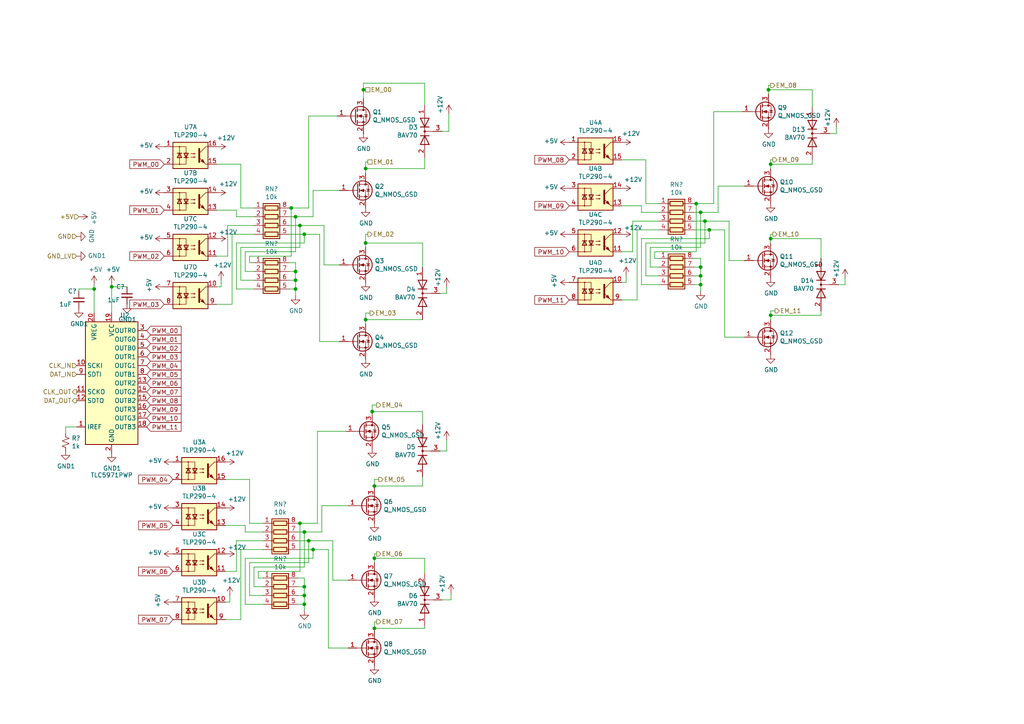
<source format=kicad_sch>
(kicad_sch (version 20230121) (generator eeschema)
  (paper "A4")
  (lib_symbols
    (symbol "Device:C_Small" (pin_numbers hide) (pin_names (offset 0.254) hide)
      (property "Reference" "C" (at 0.254 1.778 0))
      (property "Value" "C_Small" (at 0.254 -2.032 0))
      (symbol "C_Small_1_1"
        (pin passive line (at 0 2.54 270) (length 2.032) (name "~") (number "1"))
        (pin passive line (at 0 -2.54 90) (length 2.032) (name "~") (number "2"))
      )
    )
    (symbol "Device:Q_NMOS_GSD" (pin_names (offset 0) hide)
      (property "Reference" "Q" (at 5.08 1.27 0))
      (property "Value" "Q_NMOS_GSD" (at 5.08 -1.27 0))
      (symbol "Q_NMOS_GSD_1_1"
        (pin input line (at -5.08 0 0) (length 2.54) (name "G") (number "1"))
        (pin passive line (at 2.54 -5.08 90) (length 2.54) (name "S") (number "2"))
        (pin passive line (at 2.54 5.08 270) (length 2.54) (name "D") (number "3"))
      )
    )
    (symbol "Device:R_Pack04" (pin_names (offset 0) hide)
      (property "Reference" "RN" (at -7.62 0 90))
      (property "Value" "R_Pack04" (at 5.08 0 90))
      (symbol "R_Pack04_1_1"
        (pin passive line (at -5.08 -5.08 90) (length 2.54) (name "R1.1") (number "1"))
        (pin passive line (at -2.54 -5.08 90) (length 2.54) (name "R2.1") (number "2"))
        (pin passive line (at 0 -5.08 90) (length 2.54) (name "R3.1") (number "3"))
        (pin passive line (at 2.54 -5.08 90) (length 2.54) (name "R4.1") (number "4"))
        (pin passive line (at 2.54 5.08 270) (length 2.54) (name "R4.2") (number "5"))
        (pin passive line (at 0 5.08 270) (length 2.54) (name "R3.2") (number "6"))
        (pin passive line (at -2.54 5.08 270) (length 2.54) (name "R2.2") (number "7"))
        (pin passive line (at -5.08 5.08 270) (length 2.54) (name "R1.2") (number "8"))
      )
    )
    (symbol "Device:R_Small_US" (pin_numbers hide) (pin_names (offset 0.254) hide)
      (property "Reference" "R" (at 0.762 0.508 0))
      (property "Value" "R_Small_US" (at 0.762 -1.016 0))
      (symbol "R_Small_US_1_1"
        (pin passive line (at 0 2.54 270) (length 1.016) (name "~") (number "1"))
        (pin passive line (at 0 -2.54 90) (length 1.016) (name "~") (number "2"))
      )
    )
    (symbol "Diode:BAV70" (pin_names hide)
      (property "Reference" "D" (at 0.635 -2.54 0))
      (property "Value" "BAV70" (at 0 2.54 0))
      (symbol "BAV70_0_1"
        (pin passive line (at -7.62 0 0) (length 3.81) (name "A") (number "1"))
        (pin passive line (at 7.62 0 180) (length 3.81) (name "A") (number "2"))
        (pin passive line (at 0 -5.08 90) (length 2.54) (name "K") (number "3"))
      )
    )
    (symbol "Driver_LED:TLC5971PWP"
      (property "Reference" "U" (at 1.27 19.05 0))
      (property "Value" "TLC5971PWP" (at 1.27 -19.05 0))
      (symbol "TLC5971PWP_0_1"
        (pin input line (at -10.16 5.08 0) (length 2.54) (name "SCKI") (number "10"))
        (pin open_collector line (at 10.16 0 180) (length 2.54) (name "OUTR2") (number "13"))
        (pin open_collector line (at 10.16 -2.54 180) (length 2.54) (name "OUTG2") (number "14"))
        (pin open_collector line (at 10.16 -5.08 180) (length 2.54) (name "OUTB2") (number "15"))
        (pin open_collector line (at 10.16 -7.62 180) (length 2.54) (name "OUTR3") (number "16"))
        (pin open_collector line (at 10.16 -10.16 180) (length 2.54) (name "OUTG3") (number "17"))
        (pin open_collector line (at 10.16 -12.7 180) (length 2.54) (name "OUTB3") (number "18"))
        (pin power_in line (at 0 20.32 270) (length 2.54) (name "VCC") (number "19"))
        (pin power_in line (at 0 -20.32 90) (length 2.54) (name "GND") (number "2"))
        (pin passive line (at -5.08 20.32 270) (length 2.54) (name "VREG") (number "20"))
        (pin passive line (at 0 -20.32 90) (length 2.54) hide (name "GND") (number "21"))
        (pin open_collector line (at 10.16 15.24 180) (length 2.54) (name "OUTR0") (number "3"))
        (pin open_collector line (at 10.16 12.7 180) (length 2.54) (name "OUTG0") (number "4"))
        (pin open_collector line (at 10.16 10.16 180) (length 2.54) (name "OUTB0") (number "5"))
        (pin open_collector line (at 10.16 7.62 180) (length 2.54) (name "OUTR1") (number "6"))
        (pin open_collector line (at 10.16 5.08 180) (length 2.54) (name "OUTG1") (number "7"))
        (pin open_collector line (at 10.16 2.54 180) (length 2.54) (name "OUTB1") (number "8"))
        (pin input line (at -10.16 2.54 0) (length 2.54) (name "SDTI") (number "9"))
      )
      (symbol "TLC5971PWP_1_1"
        (pin passive line (at -10.16 -12.7 0) (length 2.54) (name "IREF") (number "1"))
        (pin output line (at -10.16 -2.54 0) (length 2.54) (name "SCKO") (number "11"))
        (pin output line (at -10.16 -5.08 0) (length 2.54) (name "SDTO") (number "12"))
      )
    )
    (symbol "Isolator:TLP290-4" (pin_names (offset 1.016))
      (property "Reference" "U" (at -5.08 5.08 0))
      (property "Value" "TLP290-4" (at 0 5.08 0))
      (symbol "TLP290-4_1_1"
        (pin passive line (at -7.62 2.54 0) (length 2.54) (name "~") (number "1"))
        (pin passive line (at 7.62 -2.54 180) (length 2.54) (name "~") (number "15"))
        (pin passive line (at 7.62 2.54 180) (length 2.54) (name "~") (number "16"))
        (pin passive line (at -7.62 -2.54 0) (length 2.54) (name "~") (number "2"))
      )
      (symbol "TLP290-4_2_1"
        (pin passive line (at 7.62 -2.54 180) (length 2.54) (name "~") (number "13"))
        (pin passive line (at 7.62 2.54 180) (length 2.54) (name "~") (number "14"))
        (pin passive line (at -7.62 2.54 0) (length 2.54) (name "~") (number "3"))
        (pin passive line (at -7.62 -2.54 0) (length 2.54) (name "~") (number "4"))
      )
      (symbol "TLP290-4_3_1"
        (pin passive line (at 7.62 -2.54 180) (length 2.54) (name "~") (number "11"))
        (pin passive line (at 7.62 2.54 180) (length 2.54) (name "~") (number "12"))
        (pin passive line (at -7.62 2.54 0) (length 2.54) (name "~") (number "5"))
        (pin passive line (at -7.62 -2.54 0) (length 2.54) (name "~") (number "6"))
      )
      (symbol "TLP290-4_4_1"
        (pin passive line (at 7.62 2.54 180) (length 2.54) (name "~") (number "10"))
        (pin passive line (at -7.62 2.54 0) (length 2.54) (name "~") (number "7"))
        (pin passive line (at -7.62 -2.54 0) (length 2.54) (name "~") (number "8"))
        (pin passive line (at 7.62 -2.54 180) (length 2.54) (name "~") (number "9"))
      )
    )
    (symbol "power:+12V" (power) (pin_names (offset 0))
      (property "Value" "+12V" (at 0 3.556 0))
      (symbol "+12V_1_1"
        (pin power_in line (at 0 0 90) (length 0) hide (name "+12V") (number "1"))
      )
    )
    (symbol "power:+5V" (power) (pin_names (offset 0))
      (property "Value" "+5V" (at 0 3.556 0))
      (symbol "+5V_1_1"
        (pin power_in line (at 0 0 90) (length 0) hide (name "+5V") (number "1"))
      )
    )
    (symbol "power:GND" (power) (pin_names (offset 0))
      (property "Value" "GND" (at 0 -3.81 0))
      (symbol "GND_1_1"
        (pin power_in line (at 0 0 270) (length 0) hide (name "GND") (number "1"))
      )
    )
    (symbol "power:GND1" (power) (pin_names (offset 0))
      (property "Value" "GND1" (at 0 -3.81 0))
      (symbol "GND1_1_1"
        (pin power_in line (at 0 0 270) (length 0) hide (name "GND1") (number "1"))
      )
    )
  )
  (junction (at 106.045 92.71))
  (junction (at 222.885 26.035))
  (junction (at 88.265 172.72))
  (junction (at 223.52 47.625))
  (junction (at 203.2 77.47))
  (junction (at 90.805 159.385))
  (junction (at 86.995 151.765))
  (junction (at 86.995 65.405))
  (junction (at 108.585 182.245))
  (junction (at 201.93 59.055))
  (junction (at 32.385 83.185))
  (junction (at 106.045 70.485))
  (junction (at 88.265 175.26))
  (junction (at 85.725 83.82))
  (junction (at 27.305 83.82))
  (junction (at 205.74 66.675))
  (junction (at 108.585 161.925))
  (junction (at 84.455 60.325))
  (junction (at 85.725 78.74))
  (junction (at 88.265 67.945))
  (junction (at 108.585 140.97))
  (junction (at 107.95 119.38))
  (junction (at 223.52 91.44))
  (junction (at 85.725 81.28))
  (junction (at 203.2 80.01))
  (junction (at 223.52 69.215))
  (junction (at 85.725 62.865))
  (junction (at 203.2 61.595))
  (junction (at 203.2 82.55))
  (junction (at 88.265 154.305))
  (junction (at 88.265 170.18))
  (junction (at 204.47 64.135))
  (junction (at 89.535 156.845))
  (junction (at 106.045 48.895))
  (junction (at 105.41 26.035))
  (wire (pts (xy 215.9 53.975) (xy 208.28 53.975)))
  (wire (pts (xy 88.265 164.465) (xy 73.66 164.465)))
  (wire (pts (xy 96.52 156.845) (xy 96.52 168.275)))
  (wire (pts (xy 205.74 66.675) (xy 201.295 66.675)))
  (wire (pts (xy 89.535 156.845) (xy 89.535 163.195)))
  (wire (pts (xy 68.58 165.735) (xy 68.58 156.845)))
  (wire (pts (xy 187.325 70.485) (xy 187.325 80.01)))
  (wire (pts (xy 83.82 76.2) (xy 85.725 76.2)))
  (wire (pts (xy 222.885 24.765) (xy 222.885 26.035)))
  (wire (pts (xy 223.52 24.765) (xy 222.885 24.765)))
  (wire (pts (xy 88.265 67.945) (xy 88.265 70.485)))
  (wire (pts (xy 223.52 69.215) (xy 238.125 69.215)))
  (wire (pts (xy 204.47 70.485) (xy 187.325 70.485)))
  (wire (pts (xy 89.535 33.655) (xy 89.535 60.325)))
  (wire (pts (xy 72.39 151.765) (xy 72.39 139.065)))
  (wire (pts (xy 215.265 32.385) (xy 207.01 32.385)))
  (wire (pts (xy 68.58 60.96) (xy 62.865 60.96)))
  (wire (pts (xy 181.61 81.915) (xy 181.61 80.01)))
  (wire (pts (xy 204.47 64.135) (xy 204.47 70.485)))
  (wire (pts (xy 203.2 82.55) (xy 203.2 84.455)))
  (wire (pts (xy 27.305 83.82) (xy 22.86 83.82)))
  (wire (pts (xy 203.2 71.755) (xy 188.595 71.755)))
  (wire (pts (xy 32.385 90.805) (xy 32.385 83.185)))
  (wire (pts (xy 210.185 66.675) (xy 205.74 66.675)))
  (wire (pts (xy 184.785 86.995) (xy 180.34 86.995)))
  (wire (pts (xy 201.93 59.055) (xy 201.295 59.055)))
  (wire (pts (xy 64.135 83.185) (xy 64.135 81.28)))
  (wire (pts (xy 129.54 130.81) (xy 129.54 127.635)))
  (wire (pts (xy 65.405 174.625) (xy 66.675 174.625)))
  (wire (pts (xy 187.325 46.355) (xy 180.34 46.355)))
  (wire (pts (xy 92.71 67.945) (xy 88.265 67.945)))
  (wire (pts (xy 66.04 74.295) (xy 66.04 65.405)))
  (wire (pts (xy 183.515 64.135) (xy 191.135 64.135)))
  (wire (pts (xy 211.455 64.135) (xy 211.455 75.565)))
  (wire (pts (xy 108.585 161.925) (xy 123.19 161.925)))
  (wire (pts (xy 183.515 73.025) (xy 183.515 64.135)))
  (wire (pts (xy 186.055 82.55) (xy 191.135 82.55)))
  (wire (pts (xy 203.2 77.47) (xy 203.2 80.01)))
  (wire (pts (xy 223.52 91.44) (xy 238.125 91.44)))
  (wire (pts (xy 186.055 69.215) (xy 186.055 82.55)))
  (wire (pts (xy 224.79 90.17) (xy 223.52 90.17)))
  (wire (pts (xy 71.12 152.4) (xy 65.405 152.4)))
  (wire (pts (xy 235.585 46.355) (xy 235.585 47.625)))
  (wire (pts (xy 130.81 173.99) (xy 130.81 172.085)))
  (wire (pts (xy 238.125 69.215) (xy 238.125 74.93)))
  (wire (pts (xy 106.045 90.805) (xy 106.045 92.71)))
  (wire (pts (xy 108.585 182.245) (xy 123.19 182.245)))
  (wire (pts (xy 235.585 26.035) (xy 235.585 31.115)))
  (wire (pts (xy 242.57 38.735) (xy 242.57 36.83)))
  (wire (pts (xy 67.31 67.945) (xy 67.31 88.265)))
  (wire (pts (xy 69.85 47.625) (xy 62.865 47.625)))
  (wire (pts (xy 93.345 154.305) (xy 88.265 154.305)))
  (wire (pts (xy 203.2 61.595) (xy 203.2 71.755)))
  (wire (pts (xy 107.95 117.475) (xy 107.95 119.38)))
  (wire (pts (xy 22.225 123.825) (xy 19.05 123.825)))
  (wire (pts (xy 215.9 97.79) (xy 210.185 97.79)))
  (wire (pts (xy 107.95 119.38) (xy 122.555 119.38)))
  (wire (pts (xy 86.36 170.18) (xy 88.265 170.18)))
  (wire (pts (xy 201.295 80.01) (xy 203.2 80.01)))
  (wire (pts (xy 84.455 60.325) (xy 83.82 60.325)))
  (wire (pts (xy 88.265 67.945) (xy 83.82 67.945)))
  (wire (pts (xy 128.27 38.1) (xy 130.175 38.1)))
  (wire (pts (xy 122.555 140.97) (xy 122.555 138.43)))
  (wire (pts (xy 240.665 38.735) (xy 242.57 38.735)))
  (wire (pts (xy 88.265 172.72) (xy 88.265 175.26)))
  (wire (pts (xy 189.865 74.93) (xy 189.865 73.025)))
  (wire (pts (xy 83.82 65.405) (xy 86.995 65.405)))
  (wire (pts (xy 86.995 65.405) (xy 86.995 71.755)))
  (wire (pts (xy 100.965 146.685) (xy 93.345 146.685)))
  (wire (pts (xy 106.045 46.99) (xy 106.045 48.895)))
  (wire (pts (xy 223.52 67.945) (xy 223.52 69.215)))
  (wire (pts (xy 223.52 46.355) (xy 223.52 47.625)))
  (wire (pts (xy 108.585 182.245) (xy 108.585 182.88)))
  (wire (pts (xy 107.95 119.38) (xy 107.95 120.015)))
  (wire (pts (xy 203.2 61.595) (xy 201.295 61.595)))
  (wire (pts (xy 74.93 167.64) (xy 74.93 165.735)))
  (wire (pts (xy 68.58 70.485) (xy 68.58 83.82)))
  (wire (pts (xy 73.66 164.465) (xy 73.66 170.18)))
  (wire (pts (xy 224.155 67.945) (xy 223.52 67.945)))
  (wire (pts (xy 108.585 139.065) (xy 109.855 139.065)))
  (wire (pts (xy 223.52 91.44) (xy 223.52 92.71)))
  (wire (pts (xy 83.82 81.28) (xy 85.725 81.28)))
  (wire (pts (xy 106.68 46.99) (xy 106.045 46.99)))
  (wire (pts (xy 108.585 180.34) (xy 108.585 182.245)))
  (wire (pts (xy 19.05 123.825) (xy 19.05 125.73)))
  (wire (pts (xy 180.34 81.915) (xy 181.61 81.915)))
  (wire (pts (xy 73.66 62.865) (xy 68.58 62.865)))
  (wire (pts (xy 85.725 62.865) (xy 83.82 62.865)))
  (wire (pts (xy 106.045 92.71) (xy 122.555 92.71)))
  (wire (pts (xy 85.725 83.82) (xy 85.725 85.725)))
  (wire (pts (xy 62.865 74.295) (xy 66.04 74.295)))
  (wire (pts (xy 89.535 156.845) (xy 96.52 156.845)))
  (wire (pts (xy 86.995 71.755) (xy 69.85 71.755)))
  (wire (pts (xy 32.385 83.185) (xy 32.385 82.55)))
  (wire (pts (xy 207.01 32.385) (xy 207.01 59.055)))
  (wire (pts (xy 69.85 81.28) (xy 73.66 81.28)))
  (wire (pts (xy 130.175 38.1) (xy 130.175 33.02)))
  (wire (pts (xy 73.66 60.325) (xy 69.85 60.325)))
  (wire (pts (xy 71.12 154.305) (xy 71.12 152.4)))
  (wire (pts (xy 93.345 146.685) (xy 93.345 154.305)))
  (wire (pts (xy 86.36 156.845) (xy 89.535 156.845)))
  (wire (pts (xy 191.135 61.595) (xy 186.055 61.595)))
  (wire (pts (xy 127.635 85.09) (xy 129.54 85.09)))
  (wire (pts (xy 186.055 61.595) (xy 186.055 59.69)))
  (wire (pts (xy 109.22 180.34) (xy 108.585 180.34)))
  (wire (pts (xy 187.325 59.055) (xy 187.325 46.355)))
  (wire (pts (xy 224.155 46.355) (xy 223.52 46.355)))
  (wire (pts (xy 108.585 140.97) (xy 108.585 141.605)))
  (wire (pts (xy 106.045 70.485) (xy 122.555 70.485)))
  (wire (pts (xy 85.725 78.74) (xy 85.725 81.28)))
  (wire (pts (xy 106.045 48.895) (xy 123.19 48.895)))
  (wire (pts (xy 86.36 175.26) (xy 88.265 175.26)))
  (wire (pts (xy 68.58 62.865) (xy 68.58 60.96)))
  (wire (pts (xy 223.52 47.625) (xy 223.52 48.895)))
  (wire (pts (xy 72.39 74.295) (xy 84.455 74.295)))
  (wire (pts (xy 76.2 154.305) (xy 71.12 154.305)))
  (wire (pts (xy 73.66 67.945) (xy 67.31 67.945)))
  (wire (pts (xy 84.455 74.295) (xy 84.455 60.325)))
  (wire (pts (xy 184.785 66.675) (xy 184.785 86.995)))
  (wire (pts (xy 74.93 165.735) (xy 86.995 165.735)))
  (wire (pts (xy 204.47 64.135) (xy 211.455 64.135)))
  (wire (pts (xy 85.725 73.025) (xy 71.12 73.025)))
  (wire (pts (xy 83.82 83.82) (xy 85.725 83.82)))
  (wire (pts (xy 208.28 61.595) (xy 203.2 61.595)))
  (wire (pts (xy 71.12 175.26) (xy 76.2 175.26)))
  (wire (pts (xy 73.66 76.2) (xy 72.39 76.2)))
  (wire (pts (xy 201.295 64.135) (xy 204.47 64.135)))
  (wire (pts (xy 109.22 160.655) (xy 108.585 160.655)))
  (wire (pts (xy 191.135 74.93) (xy 189.865 74.93)))
  (wire (pts (xy 88.265 70.485) (xy 68.58 70.485)))
  (wire (pts (xy 123.19 48.895) (xy 123.19 45.72)))
  (wire (pts (xy 201.295 82.55) (xy 203.2 82.55)))
  (wire (pts (xy 123.19 161.925) (xy 123.19 166.37)))
  (wire (pts (xy 187.325 80.01) (xy 191.135 80.01)))
  (wire (pts (xy 127.635 130.81) (xy 129.54 130.81)))
  (wire (pts (xy 86.995 65.405) (xy 93.98 65.405)))
  (wire (pts (xy 100.33 125.095) (xy 92.075 125.095)))
  (wire (pts (xy 85.725 76.2) (xy 85.725 78.74)))
  (wire (pts (xy 92.075 151.765) (xy 86.995 151.765)))
  (wire (pts (xy 223.52 69.215) (xy 223.52 70.485)))
  (wire (pts (xy 69.85 159.385) (xy 69.85 179.705)))
  (wire (pts (xy 85.725 81.28) (xy 85.725 83.82)))
  (wire (pts (xy 180.34 73.025) (xy 183.515 73.025)))
  (wire (pts (xy 72.39 163.195) (xy 72.39 172.72)))
  (wire (pts (xy 27.305 83.82) (xy 27.305 90.805)))
  (wire (pts (xy 188.595 77.47) (xy 191.135 77.47)))
  (wire (pts (xy 68.58 83.82) (xy 73.66 83.82)))
  (wire (pts (xy 191.135 66.675) (xy 184.785 66.675)))
  (wire (pts (xy 69.85 71.755) (xy 69.85 81.28)))
  (wire (pts (xy 36.83 83.185) (xy 32.385 83.185)))
  (wire (pts (xy 222.885 26.035) (xy 222.885 27.305)))
  (wire (pts (xy 205.74 66.675) (xy 205.74 69.215)))
  (wire (pts (xy 92.71 99.06) (xy 92.71 67.945)))
  (wire (pts (xy 76.2 151.765) (xy 72.39 151.765)))
  (wire (pts (xy 95.25 187.96) (xy 100.965 187.96)))
  (wire (pts (xy 122.555 119.38) (xy 122.555 123.19)))
  (wire (pts (xy 98.425 55.245) (xy 90.805 55.245)))
  (wire (pts (xy 123.19 182.245) (xy 123.19 181.61)))
  (wire (pts (xy 76.2 167.64) (xy 74.93 167.64)))
  (wire (pts (xy 27.305 82.55) (xy 27.305 83.82)))
  (wire (pts (xy 90.805 159.385) (xy 86.36 159.385)))
  (wire (pts (xy 93.98 76.835) (xy 98.425 76.835)))
  (wire (pts (xy 62.865 83.185) (xy 64.135 83.185)))
  (wire (pts (xy 71.12 78.74) (xy 73.66 78.74)))
  (wire (pts (xy 73.66 170.18) (xy 76.2 170.18)))
  (wire (pts (xy 105.41 28.575) (xy 105.41 26.035)))
  (wire (pts (xy 86.36 167.64) (xy 88.265 167.64)))
  (wire (pts (xy 86.995 165.735) (xy 86.995 151.765)))
  (wire (pts (xy 66.675 174.625) (xy 66.675 172.72)))
  (wire (pts (xy 105.41 24.13) (xy 123.19 24.13)))
  (wire (pts (xy 129.54 85.09) (xy 129.54 83.185)))
  (wire (pts (xy 223.52 90.17) (xy 223.52 91.44)))
  (wire (pts (xy 189.865 73.025) (xy 201.93 73.025)))
  (wire (pts (xy 203.2 74.93) (xy 203.2 77.47)))
  (wire (pts (xy 76.2 159.385) (xy 69.85 159.385)))
  (wire (pts (xy 72.39 139.065) (xy 65.405 139.065)))
  (wire (pts (xy 83.82 78.74) (xy 85.725 78.74)))
  (wire (pts (xy 89.535 163.195) (xy 72.39 163.195)))
  (wire (pts (xy 66.04 65.405) (xy 73.66 65.405)))
  (wire (pts (xy 106.045 48.895) (xy 106.045 50.165)))
  (wire (pts (xy 109.22 117.475) (xy 107.95 117.475)))
  (wire (pts (xy 243.205 82.55) (xy 245.11 82.55)))
  (wire (pts (xy 207.01 59.055) (xy 201.93 59.055)))
  (wire (pts (xy 205.74 69.215) (xy 186.055 69.215)))
  (wire (pts (xy 72.39 172.72) (xy 76.2 172.72)))
  (wire (pts (xy 210.185 97.79) (xy 210.185 66.675)))
  (wire (pts (xy 201.295 77.47) (xy 203.2 77.47)))
  (wire (pts (xy 211.455 75.565) (xy 215.9 75.565)))
  (wire (pts (xy 65.405 165.735) (xy 68.58 165.735)))
  (wire (pts (xy 105.41 26.035) (xy 106.045 26.035)))
  (wire (pts (xy 90.805 55.245) (xy 90.805 62.865)))
  (wire (pts (xy 106.045 70.485) (xy 106.045 71.755)))
  (wire (pts (xy 201.295 74.93) (xy 203.2 74.93)))
  (wire (pts (xy 128.27 173.99) (xy 130.81 173.99)))
  (wire (pts (xy 90.805 159.385) (xy 90.805 161.925)))
  (wire (pts (xy 203.2 80.01) (xy 203.2 82.55)))
  (wire (pts (xy 90.805 161.925) (xy 71.12 161.925)))
  (wire (pts (xy 108.585 161.925) (xy 108.585 163.195)))
  (wire (pts (xy 108.585 140.97) (xy 122.555 140.97)))
  (wire (pts (xy 89.535 60.325) (xy 84.455 60.325)))
  (wire (pts (xy 22.86 83.82) (xy 22.86 84.455)))
  (wire (pts (xy 72.39 76.2) (xy 72.39 74.295)))
  (wire (pts (xy 123.19 24.13) (xy 123.19 30.48)))
  (wire (pts (xy 92.075 125.095) (xy 92.075 151.765)))
  (wire (pts (xy 105.41 26.035) (xy 105.41 24.13)))
  (wire (pts (xy 235.585 47.625) (xy 223.52 47.625)))
  (wire (pts (xy 201.93 73.025) (xy 201.93 59.055)))
  (wire (pts (xy 191.135 59.055) (xy 187.325 59.055)))
  (wire (pts (xy 88.265 175.26) (xy 88.265 177.165)))
  (wire (pts (xy 98.425 99.06) (xy 92.71 99.06)))
  (wire (pts (xy 122.555 70.485) (xy 122.555 77.47)))
  (wire (pts (xy 95.25 159.385) (xy 90.805 159.385)))
  (wire (pts (xy 86.36 172.72) (xy 88.265 172.72)))
  (wire (pts (xy 96.52 168.275) (xy 100.965 168.275)))
  (wire (pts (xy 69.85 179.705) (xy 65.405 179.705)))
  (wire (pts (xy 106.045 67.945) (xy 106.045 70.485)))
  (wire (pts (xy 97.79 33.655) (xy 89.535 33.655)))
  (wire (pts (xy 208.28 53.975) (xy 208.28 61.595)))
  (wire (pts (xy 107.315 90.805) (xy 106.045 90.805)))
  (wire (pts (xy 88.265 167.64) (xy 88.265 170.18)))
  (wire (pts (xy 90.805 62.865) (xy 85.725 62.865)))
  (wire (pts (xy 88.265 170.18) (xy 88.265 172.72)))
  (wire (pts (xy 106.68 67.945) (xy 106.045 67.945)))
  (wire (pts (xy 93.98 65.405) (xy 93.98 76.835)))
  (wire (pts (xy 188.595 71.755) (xy 188.595 77.47)))
  (wire (pts (xy 106.045 92.71) (xy 106.045 93.98)))
  (wire (pts (xy 108.585 139.065) (xy 108.585 140.97)))
  (wire (pts (xy 95.25 159.385) (xy 95.25 187.96)))
  (wire (pts (xy 88.265 154.305) (xy 88.265 164.465)))
  (wire (pts (xy 245.11 82.55) (xy 245.11 80.645)))
  (wire (pts (xy 222.885 26.035) (xy 235.585 26.035)))
  (wire (pts (xy 67.31 88.265) (xy 62.865 88.265)))
  (wire (pts (xy 238.125 91.44) (xy 238.125 90.17)))
  (wire (pts (xy 86.995 151.765) (xy 86.36 151.765)))
  (wire (pts (xy 69.85 60.325) (xy 69.85 47.625)))
  (wire (pts (xy 108.585 160.655) (xy 108.585 161.925)))
  (wire (pts (xy 186.055 59.69) (xy 180.34 59.69)))
  (wire (pts (xy 88.265 154.305) (xy 86.36 154.305)))
  (wire (pts (xy 71.12 73.025) (xy 71.12 78.74)))
  (wire (pts (xy 85.725 62.865) (xy 85.725 73.025)))
  (wire (pts (xy 71.12 161.925) (xy 71.12 175.26)))
  (wire (pts (xy 68.58 156.845) (xy 76.2 156.845)))
  (global_label "PWM_00" (shape input) (at 42.545 95.885 0) (property "Intersheetrefs" "${INTERSHEET_REFS}" (effects hide)))
  (global_label "PWM_03" (shape input) (at 47.625 88.265 180) (property "Intersheetrefs" "${INTERSHEET_REFS}" (effects hide)))
  (global_label "PWM_11" (shape input) (at 165.1 86.995 180) (property "Intersheetrefs" "${INTERSHEET_REFS}" (effects hide)))
  (global_label "PWM_05" (shape input) (at 42.545 108.585 0) (property "Intersheetrefs" "${INTERSHEET_REFS}" (effects hide)))
  (global_label "PWM_00" (shape input) (at 47.625 47.625 180) (property "Intersheetrefs" "${INTERSHEET_REFS}" (effects hide)))
  (global_label "PWM_05" (shape input) (at 50.165 152.4 180) (property "Intersheetrefs" "${INTERSHEET_REFS}" (effects hide)))
  (global_label "PWM_08" (shape input) (at 42.545 116.205 0) (property "Intersheetrefs" "${INTERSHEET_REFS}" (effects hide)))
  (global_label "PWM_02" (shape input) (at 47.625 74.295 180) (property "Intersheetrefs" "${INTERSHEET_REFS}" (effects hide)))
  (global_label "PWM_04" (shape input) (at 42.545 106.045 0) (property "Intersheetrefs" "${INTERSHEET_REFS}" (effects hide)))
  (global_label "PWM_07" (shape input) (at 50.165 179.705 180) (property "Intersheetrefs" "${INTERSHEET_REFS}" (effects hide)))
  (global_label "PWM_01" (shape input) (at 47.625 60.96 180) (property "Intersheetrefs" "${INTERSHEET_REFS}" (effects hide)))
  (global_label "PWM_03" (shape input) (at 42.545 103.505 0) (property "Intersheetrefs" "${INTERSHEET_REFS}" (effects hide)))
  (global_label "PWM_07" (shape input) (at 42.545 113.665 0) (property "Intersheetrefs" "${INTERSHEET_REFS}" (effects hide)))
  (global_label "PWM_10" (shape input) (at 165.1 73.025 180) (property "Intersheetrefs" "${INTERSHEET_REFS}" (effects hide)))
  (global_label "PWM_06" (shape input) (at 50.165 165.735 180) (property "Intersheetrefs" "${INTERSHEET_REFS}" (effects hide)))
  (global_label "PWM_06" (shape input) (at 42.545 111.125 0) (property "Intersheetrefs" "${INTERSHEET_REFS}" (effects hide)))
  (global_label "PWM_10" (shape input) (at 42.545 121.285 0) (property "Intersheetrefs" "${INTERSHEET_REFS}" (effects hide)))
  (global_label "PWM_11" (shape input) (at 42.545 123.825 0) (property "Intersheetrefs" "${INTERSHEET_REFS}" (effects hide)))
  (global_label "PWM_01" (shape input) (at 42.545 98.425 0) (property "Intersheetrefs" "${INTERSHEET_REFS}" (effects hide)))
  (global_label "PWM_02" (shape input) (at 42.545 100.965 0) (property "Intersheetrefs" "${INTERSHEET_REFS}" (effects hide)))
  (global_label "PWM_04" (shape input) (at 50.165 139.065 180) (property "Intersheetrefs" "${INTERSHEET_REFS}" (effects hide)))
  (global_label "PWM_08" (shape input) (at 165.1 46.355 180) (property "Intersheetrefs" "${INTERSHEET_REFS}" (effects hide)))
  (global_label "PWM_09" (shape input) (at 42.545 118.745 0) (property "Intersheetrefs" "${INTERSHEET_REFS}" (effects hide)))
  (global_label "PWM_09" (shape input) (at 165.1 59.69 180) (property "Intersheetrefs" "${INTERSHEET_REFS}" (effects hide)))
  (hierarchical_label "EM_05" (shape output) (at 109.855 139.065 0))
  (hierarchical_label "EM_09" (shape output) (at 224.155 46.355 0))
  (hierarchical_label "EM_00" (shape passive) (at 106.045 26.035 0))
  (hierarchical_label "EM_01" (shape passive) (at 106.68 46.99 0))
  (hierarchical_label "EM_02" (shape output) (at 106.68 67.945 0))
  (hierarchical_label "EM_10" (shape output) (at 224.155 67.945 0))
  (hierarchical_label "GND_LV" (shape input) (at 22.225 74.295 180))
  (hierarchical_label "EM_07" (shape output) (at 109.22 180.34 0))
  (hierarchical_label "+5V" (shape input) (at 22.86 62.865 180))
  (hierarchical_label "EM_08" (shape output) (at 223.52 24.765 0))
  (hierarchical_label "CLK_IN" (shape input) (at 22.225 106.045 180))
  (hierarchical_label "DAT_IN" (shape input) (at 22.225 108.585 180))
  (hierarchical_label "GND" (shape input) (at 22.225 68.58 180))
  (hierarchical_label "DAT_OUT" (shape output) (at 22.225 116.205 180))
  (hierarchical_label "CLK_OUT" (shape output) (at 22.225 113.665 180))
  (hierarchical_label "EM_03" (shape output) (at 107.315 90.805 0))
  (hierarchical_label "EM_06" (shape output) (at 109.22 160.655 0))
  (hierarchical_label "EM_04" (shape output) (at 109.22 117.475 0))
  (hierarchical_label "EM_11" (shape output) (at 224.79 90.17 0))
  (symbol (lib_id "Isolator:TLP290-4") (at 55.245 85.725 0) (unit 4)
    (property "Reference" "U7" (at 55.245 77.47 0))
    (property "Value" "TLP290-4" (at 55.245 79.7814 0))
    (property "Footprint" "Housings_SSOP:SOP-16_4.4x10.4mm_Pitch1.27mm" (effects hide))
    (property "Datasheet" "https://toshiba.semicon-storage.com/info/docget.jsp?did=12855&prodName=TLP290-4" (effects hide))
    (property "LCSC" "C115451" (effects hide))
    (instances (project "ElectromagnetController_V5" (path "" (reference "U7") (unit 4)) (path "" (reference "U?") (unit 1)) (path "" (reference "U?") (unit 4))))
  )
  (symbol (lib_id "power:+12V") (at 64.135 81.28 0) (unit 1)
    (property "Reference" "#PWR046" (effects hide))
    (property "Value" "+12V" (at 64.516 76.8858 0))
    (instances (project "ElectromagnetController_V5" (path "" (reference "#PWR046") (unit 1)) (path "" (reference "#PWR?") (unit 1)) (path "" (reference "#PWR?") (unit 1))))
  )
  (symbol (lib_id "power:+5V") (at 47.625 42.545 90) (unit 1)
    (property "Reference" "#PWR040" (effects hide))
    (property "Value" "+5V" (at 44.3738 42.164 90) (effects (justify left)))
    (instances (project "ElectromagnetController_V5" (path "" (reference "#PWR040") (unit 1)) (path "" (reference "#PWR?") (unit 1)) (path "" (reference "#PWR?") (unit 1))))
  )
  (symbol (lib_id "power:+12V") (at 62.865 42.545 270) (unit 1)
    (property "Reference" "#PWR043" (effects hide))
    (property "Value" "+12V" (at 62.865 40.005 90) (effects (justify left)))
    (instances (project "ElectromagnetController_V5" (path "" (reference "#PWR043") (unit 1)) (path "" (reference "#PWR?") (unit 1)) (path "" (reference "#PWR?") (unit 1))))
  )
  (symbol (lib_id "power:+12V") (at 62.865 55.88 270) (unit 1)
    (property "Reference" "#PWR044" (effects hide))
    (property "Value" "+12V" (at 63.5 53.34 90) (effects (justify left)))
    (instances (project "ElectromagnetController_V5" (path "" (reference "#PWR044") (unit 1)) (path "" (reference "#PWR?") (unit 1)) (path "" (reference "#PWR?") (unit 1))))
  )
  (symbol (lib_id "power:+12V") (at 62.865 69.215 270) (unit 1)
    (property "Reference" "#PWR045" (effects hide))
    (property "Value" "+12V" (at 63.5 67.31 90) (effects (justify left)))
    (instances (project "ElectromagnetController_V5" (path "" (reference "#PWR045") (unit 1)) (path "" (reference "#PWR?") (unit 1)) (path "" (reference "#PWR?") (unit 1))))
  )
  (symbol (lib_id "power:+5V") (at 32.385 82.55 0) (unit 1)
    (property "Reference" "#PWR06" (effects hide))
    (property "Value" "+5V" (at 32.766 78.1558 0))
    (instances (project "ElectromagnetController_V5" (path "" (reference "#PWR06") (unit 1)) (path "" (reference "#PWR?") (unit 1)) (path "" (reference "#PWR?") (unit 1))))
  )
  (symbol (lib_id "Device:R_Pack04") (at 78.74 65.405 270) (unit 1)
    (property "Reference" "RN?" (at 78.74 54.8132 90))
    (property "Value" "10k" (at 78.74 57.1246 90))
    (property "Footprint" "Resistors_SMD:R_Array_Convex_4x0603" (effects hide))
    (property "LCSC" "C107374" (effects hide))
    (instances (project "ElectromagnetController_V5" (path "" (reference "RN?") (unit 1)) (path "" (reference "RN1") (unit 1))))
  )
  (symbol (lib_id "Device:R_Pack04") (at 78.74 81.28 270) (unit 1)
    (property "Reference" "RN?" (at 78.74 70.6882 90))
    (property "Value" "10k" (at 78.74 72.9996 90))
    (property "Footprint" "Resistors_SMD:R_Array_Convex_4x0603" (effects hide))
    (property "LCSC" "C107374" (effects hide))
    (instances (project "ElectromagnetController_V5" (path "" (reference "RN?") (unit 1)) (path "" (reference "RN2") (unit 1))))
  )
  (symbol (lib_id "power:GND1") (at 22.86 89.535 0) (unit 1)
    (property "Reference" "#PWR011" (effects hide))
    (property "Value" "GND1" (at 22.987 93.9292 0))
  )
  (symbol (lib_id "power:+5V") (at 27.305 82.55 0) (unit 1)
    (property "Reference" "#PWR047" (effects hide))
    (property "Value" "+5V" (at 27.686 78.1558 0))
    (instances (project "ElectromagnetController_V5" (path "" (reference "#PWR047") (unit 1)) (path "" (reference "#PWR?") (unit 1)) (path "" (reference "#PWR?") (unit 1))))
  )
  (symbol (lib_id "power:GND") (at 85.725 85.725 0) (unit 1)
    (property "Reference" "#PWR08" (effects hide))
    (property "Value" "GND" (at 85.852 90.1192 0))
    (instances (project "ElectromagnetController_V5" (path "" (reference "#PWR08") (unit 1)) (path "" (reference "#PWR?") (unit 1)) (path "" (reference "#PWR?") (unit 1))))
  )
  (symbol (lib_id "Device:C_Small") (at 36.83 85.725 0) (unit 1)
    (property "Reference" "C?" (at 33.655 83.185 0) (effects (justify left)))
    (property "Value" "1uF" (at 31.115 86.995 0) (effects (justify left)))
    (property "Footprint" "Capacitors_SMD:C_0603_HandSoldering" (effects hide))
    (property "LCSC" "C1592" (effects hide))
    (instances (project "ElectromagnetController_V5" (path "" (reference "C?") (unit 1)) (path "" (reference "C9") (unit 1))))
  )
  (symbol (lib_id "power:GND1") (at 36.83 88.265 0) (unit 1)
    (property "Reference" "#PWR048" (effects hide))
    (property "Value" "GND1" (at 36.957 92.6592 0))
  )
  (symbol (lib_id "Device:Q_NMOS_GSD") (at 102.87 33.655 0) (unit 1)
    (property "Reference" "Q1" (at 108.0516 32.4866 0) (effects (justify left)))
    (property "Value" "Q_NMOS_GSD" (at 108.0516 34.798 0) (effects (justify left)))
    (property "Footprint" "EzerLonginus:SOT-23" (effects hide))
    (property "LCSC" "C20917" (effects hide))
  )
  (symbol (lib_id "power:GND") (at 105.41 38.735 0) (unit 1)
    (property "Reference" "#PWR09" (effects hide))
    (property "Value" "GND" (at 105.537 43.1292 0))
    (instances (project "ElectromagnetController_V5" (path "" (reference "#PWR09") (unit 1)) (path "" (reference "#PWR?") (unit 1)) (path "" (reference "#PWR?") (unit 1))))
  )
  (symbol (lib_id "power:GND") (at 106.045 81.915 0) (unit 1)
    (property "Reference" "#PWR010" (effects hide))
    (property "Value" "GND" (at 106.172 86.3092 0))
    (instances (project "ElectromagnetController_V5" (path "" (reference "#PWR010") (unit 1)) (path "" (reference "#PWR?") (unit 1)) (path "" (reference "#PWR?") (unit 1))))
  )
  (symbol (lib_id "Device:Q_NMOS_GSD") (at 103.505 55.245 0) (unit 1)
    (property "Reference" "Q2" (at 108.6866 54.0766 0) (effects (justify left)))
    (property "Value" "Q_NMOS_GSD" (at 108.6866 56.388 0) (effects (justify left)))
    (property "Footprint" "EzerLonginus:SOT-23" (effects hide))
    (property "LCSC" "C20917" (effects hide))
  )
  (symbol (lib_id "power:GND") (at 106.045 60.325 0) (unit 1)
    (property "Reference" "#PWR049" (effects hide))
    (property "Value" "GND" (at 106.172 64.7192 0))
    (instances (project "ElectromagnetController_V5" (path "" (reference "#PWR049") (unit 1)) (path "" (reference "#PWR?") (unit 1)) (path "" (reference "#PWR?") (unit 1))))
  )
  (symbol (lib_id "power:+5V") (at 165.1 67.945 90) (unit 1)
    (property "Reference" "#PWR0125" (effects hide))
    (property "Value" "+5V" (at 161.8488 67.564 90) (effects (justify left)))
    (instances (project "ElectromagnetController_V5" (path "" (reference "#PWR0125") (unit 1)) (path "" (reference "#PWR?") (unit 1)) (path "" (reference "#PWR?") (unit 1))))
  )
  (symbol (lib_id "power:+5V") (at 165.1 54.61 90) (unit 1)
    (property "Reference" "#PWR0126" (effects hide))
    (property "Value" "+5V" (at 161.8488 54.229 90) (effects (justify left)))
    (instances (project "ElectromagnetController_V5" (path "" (reference "#PWR0126") (unit 1)) (path "" (reference "#PWR?") (unit 1)) (path "" (reference "#PWR?") (unit 1))))
  )
  (symbol (lib_id "power:+12V") (at 180.34 67.945 270) (unit 1)
    (property "Reference" "#PWR0127" (effects hide))
    (property "Value" "+12V" (at 180.975 66.04 90) (effects (justify left)))
    (instances (project "ElectromagnetController_V5" (path "" (reference "#PWR0127") (unit 1)) (path "" (reference "#PWR?") (unit 1)) (path "" (reference "#PWR?") (unit 1))))
  )
  (symbol (lib_id "power:+12V") (at 180.34 41.275 270) (unit 1)
    (property "Reference" "#PWR0129" (effects hide))
    (property "Value" "+12V" (at 180.34 38.735 90) (effects (justify left)))
    (instances (project "ElectromagnetController_V5" (path "" (reference "#PWR0129") (unit 1)) (path "" (reference "#PWR?") (unit 1)) (path "" (reference "#PWR?") (unit 1))))
  )
  (symbol (lib_id "Isolator:TLP290-4") (at 172.72 70.485 0) (unit 3)
    (property "Reference" "U4" (at 172.72 62.23 0))
    (property "Value" "TLP290-4" (at 172.72 64.5414 0))
    (property "Footprint" "Housings_SSOP:SOP-16_4.4x10.4mm_Pitch1.27mm" (effects hide))
    (property "Datasheet" "https://toshiba.semicon-storage.com/info/docget.jsp?did=12855&prodName=TLP290-4" (effects hide))
    (property "LCSC" "C115451" (effects hide))
    (instances (project "ElectromagnetController_V5" (path "" (reference "U4") (unit 3)) (path "" (reference "U?") (unit 4)) (path "" (reference "U?") (unit 3))))
  )
  (symbol (lib_id "Isolator:TLP290-4") (at 172.72 43.815 0) (unit 1)
    (property "Reference" "U4" (at 172.72 35.56 0))
    (property "Value" "TLP290-4" (at 172.72 37.8714 0))
    (property "Footprint" "Housings_SSOP:SOP-16_4.4x10.4mm_Pitch1.27mm" (effects hide))
    (property "Datasheet" "https://toshiba.semicon-storage.com/info/docget.jsp?did=12855&prodName=TLP290-4" (effects hide))
    (property "LCSC" "C115451" (effects hide))
    (instances (project "ElectromagnetController_V5" (path "" (reference "U4") (unit 1)) (path "" (reference "U?") (unit 2)) (path "" (reference "U?") (unit 1))))
  )
  (symbol (lib_id "Isolator:TLP290-4") (at 172.72 84.455 0) (unit 4)
    (property "Reference" "U4" (at 172.72 76.2 0))
    (property "Value" "TLP290-4" (at 172.72 78.5114 0))
    (property "Footprint" "Housings_SSOP:SOP-16_4.4x10.4mm_Pitch1.27mm" (effects hide))
    (property "Datasheet" "https://toshiba.semicon-storage.com/info/docget.jsp?did=12855&prodName=TLP290-4" (effects hide))
    (property "LCSC" "C115451" (effects hide))
    (instances (project "ElectromagnetController_V5" (path "" (reference "U4") (unit 4)) (path "" (reference "U?") (unit 1)) (path "" (reference "U?") (unit 4))))
  )
  (symbol (lib_id "Device:R_Pack04") (at 196.215 80.01 270) (unit 1)
    (property "Reference" "RN?" (at 196.215 69.4182 90))
    (property "Value" "10k" (at 196.215 71.7296 90))
    (property "Footprint" "Resistors_SMD:R_Array_Convex_4x0603" (effects hide))
    (property "LCSC" "C107374" (effects hide))
    (instances (project "ElectromagnetController_V5" (path "" (reference "RN?") (unit 1)) (path "" (reference "RN6") (unit 1))))
  )
  (symbol (lib_id "Device:R_Pack04") (at 196.215 64.135 270) (unit 1)
    (property "Reference" "RN?" (at 196.215 53.5432 90))
    (property "Value" "10k" (at 196.215 55.8546 90))
    (property "Footprint" "Resistors_SMD:R_Array_Convex_4x0603" (effects hide))
    (property "LCSC" "C107374" (effects hide))
    (instances (project "ElectromagnetController_V5" (path "" (reference "RN?") (unit 1)) (path "" (reference "RN5") (unit 1))))
  )
  (symbol (lib_id "power:GND") (at 203.2 84.455 0) (unit 1)
    (property "Reference" "#PWR0133" (effects hide))
    (property "Value" "GND" (at 203.327 88.8492 0))
    (instances (project "ElectromagnetController_V5" (path "" (reference "#PWR0133") (unit 1)) (path "" (reference "#PWR?") (unit 1)) (path "" (reference "#PWR?") (unit 1))))
  )
  (symbol (lib_id "power:GND") (at 222.885 37.465 0) (unit 1)
    (property "Reference" "#PWR0134" (effects hide))
    (property "Value" "GND" (at 223.012 41.8592 0))
    (instances (project "ElectromagnetController_V5" (path "" (reference "#PWR0134") (unit 1)) (path "" (reference "#PWR?") (unit 1)) (path "" (reference "#PWR?") (unit 1))))
  )
  (symbol (lib_id "power:GND") (at 223.52 59.055 0) (unit 1)
    (property "Reference" "#PWR0135" (effects hide))
    (property "Value" "GND" (at 223.647 63.4492 0))
    (instances (project "ElectromagnetController_V5" (path "" (reference "#PWR0135") (unit 1)) (path "" (reference "#PWR?") (unit 1)) (path "" (reference "#PWR?") (unit 1))))
  )
  (symbol (lib_id "Device:Q_NMOS_GSD") (at 103.505 76.835 0) (unit 1)
    (property "Reference" "Q3" (at 108.6866 75.6666 0) (effects (justify left)))
    (property "Value" "Q_NMOS_GSD" (at 108.6866 77.978 0) (effects (justify left)))
    (property "Footprint" "EzerLonginus:SOT-23" (effects hide))
    (property "LCSC" "C20917" (effects hide))
  )
  (symbol (lib_id "Device:Q_NMOS_GSD") (at 103.505 99.06 0) (unit 1)
    (property "Reference" "Q4" (at 108.6866 97.8916 0) (effects (justify left)))
    (property "Value" "Q_NMOS_GSD" (at 108.6866 100.203 0) (effects (justify left)))
    (property "Footprint" "EzerLonginus:SOT-23" (effects hide))
    (property "LCSC" "C20917" (effects hide))
  )
  (symbol (lib_id "power:+5V") (at 50.165 160.655 90) (unit 1)
    (property "Reference" "#PWR0138" (effects hide))
    (property "Value" "+5V" (at 46.9138 160.274 90) (effects (justify left)))
    (instances (project "ElectromagnetController_V5" (path "" (reference "#PWR0138") (unit 1)) (path "" (reference "#PWR?") (unit 1)) (path "" (reference "#PWR?") (unit 1))))
  )
  (symbol (lib_id "power:+5V") (at 50.165 147.32 90) (unit 1)
    (property "Reference" "#PWR0139" (effects hide))
    (property "Value" "+5V" (at 46.9138 146.939 90) (effects (justify left)))
    (instances (project "ElectromagnetController_V5" (path "" (reference "#PWR0139") (unit 1)) (path "" (reference "#PWR?") (unit 1)) (path "" (reference "#PWR?") (unit 1))))
  )
  (symbol (lib_id "power:+12V") (at 65.405 160.655 270) (unit 1)
    (property "Reference" "#PWR0140" (effects hide))
    (property "Value" "+12V" (at 66.04 158.75 90) (effects (justify left)))
    (instances (project "ElectromagnetController_V5" (path "" (reference "#PWR0140") (unit 1)) (path "" (reference "#PWR?") (unit 1)) (path "" (reference "#PWR?") (unit 1))))
  )
  (symbol (lib_id "power:+12V") (at 65.405 147.32 270) (unit 1)
    (property "Reference" "#PWR0141" (effects hide))
    (property "Value" "+12V" (at 66.04 144.78 90) (effects (justify left)))
    (instances (project "ElectromagnetController_V5" (path "" (reference "#PWR0141") (unit 1)) (path "" (reference "#PWR?") (unit 1)) (path "" (reference "#PWR?") (unit 1))))
  )
  (symbol (lib_id "power:+12V") (at 65.405 133.985 270) (unit 1)
    (property "Reference" "#PWR0142" (effects hide))
    (property "Value" "+12V" (at 65.405 131.445 90) (effects (justify left)))
    (instances (project "ElectromagnetController_V5" (path "" (reference "#PWR0142") (unit 1)) (path "" (reference "#PWR?") (unit 1)) (path "" (reference "#PWR?") (unit 1))))
  )
  (symbol (lib_id "power:+5V") (at 50.165 133.985 90) (unit 1)
    (property "Reference" "#PWR0143" (effects hide))
    (property "Value" "+5V" (at 46.9138 133.604 90) (effects (justify left)))
    (instances (project "ElectromagnetController_V5" (path "" (reference "#PWR0143") (unit 1)) (path "" (reference "#PWR?") (unit 1)) (path "" (reference "#PWR?") (unit 1))))
  )
  (symbol (lib_id "power:+5V") (at 50.165 174.625 90) (unit 1)
    (property "Reference" "#PWR0144" (effects hide))
    (property "Value" "+5V" (at 45.7708 174.244 0))
    (instances (project "ElectromagnetController_V5" (path "" (reference "#PWR0144") (unit 1)) (path "" (reference "#PWR?") (unit 1)) (path "" (reference "#PWR?") (unit 1))))
  )
  (symbol (lib_id "power:+12V") (at 66.675 172.72 0) (unit 1)
    (property "Reference" "#PWR0145" (effects hide))
    (property "Value" "+12V" (at 67.056 168.3258 0))
    (instances (project "ElectromagnetController_V5" (path "" (reference "#PWR0145") (unit 1)) (path "" (reference "#PWR?") (unit 1)) (path "" (reference "#PWR?") (unit 1))))
  )
  (symbol (lib_id "Isolator:TLP290-4") (at 57.785 163.195 0) (unit 3)
    (property "Reference" "U3" (at 57.785 154.94 0))
    (property "Value" "TLP290-4" (at 57.785 157.2514 0))
    (property "Footprint" "Housings_SSOP:SOP-16_4.4x10.4mm_Pitch1.27mm" (effects hide))
    (property "Datasheet" "https://toshiba.semicon-storage.com/info/docget.jsp?did=12855&prodName=TLP290-4" (effects hide))
    (property "LCSC" "C115451" (effects hide))
    (instances (project "ElectromagnetController_V5" (path "" (reference "U3") (unit 3)) (path "" (reference "U?") (unit 4)) (path "" (reference "U?") (unit 3))))
  )
  (symbol (lib_id "Isolator:TLP290-4") (at 57.785 149.86 0) (unit 2)
    (property "Reference" "U3" (at 57.785 141.605 0))
    (property "Value" "TLP290-4" (at 57.785 143.9164 0))
    (property "Footprint" "Housings_SSOP:SOP-16_4.4x10.4mm_Pitch1.27mm" (effects hide))
    (property "Datasheet" "https://toshiba.semicon-storage.com/info/docget.jsp?did=12855&prodName=TLP290-4" (effects hide))
    (property "LCSC" "C115451" (effects hide))
    (instances (project "ElectromagnetController_V5" (path "" (reference "U3") (unit 2)) (path "" (reference "U?") (unit 3)) (path "" (reference "U?") (unit 2))))
  )
  (symbol (lib_id "Isolator:TLP290-4") (at 57.785 136.525 0) (unit 1)
    (property "Reference" "U3" (at 57.785 128.27 0))
    (property "Value" "TLP290-4" (at 57.785 130.5814 0))
    (property "Footprint" "Housings_SSOP:SOP-16_4.4x10.4mm_Pitch1.27mm" (effects hide))
    (property "Datasheet" "https://toshiba.semicon-storage.com/info/docget.jsp?did=12855&prodName=TLP290-4" (effects hide))
    (property "LCSC" "C115451" (effects hide))
    (instances (project "ElectromagnetController_V5" (path "" (reference "U3") (unit 1)) (path "" (reference "U?") (unit 2)) (path "" (reference "U?") (unit 1))))
  )
  (symbol (lib_id "Isolator:TLP290-4") (at 57.785 177.165 0) (unit 4)
    (property "Reference" "U3" (at 57.785 168.91 0))
    (property "Value" "TLP290-4" (at 57.785 171.2214 0))
    (property "Footprint" "Housings_SSOP:SOP-16_4.4x10.4mm_Pitch1.27mm" (effects hide))
    (property "Datasheet" "https://toshiba.semicon-storage.com/info/docget.jsp?did=12855&prodName=TLP290-4" (effects hide))
    (property "LCSC" "C115451" (effects hide))
    (instances (project "ElectromagnetController_V5" (path "" (reference "U3") (unit 4)) (path "" (reference "U?") (unit 1)) (path "" (reference "U?") (unit 4))))
  )
  (symbol (lib_id "Device:R_Pack04") (at 81.28 172.72 270) (unit 1)
    (property "Reference" "RN?" (at 81.28 162.1282 90))
    (property "Value" "10k" (at 81.28 164.4396 90))
    (property "Footprint" "Resistors_SMD:R_Array_Convex_4x0603" (effects hide))
    (property "LCSC" "C107374" (effects hide))
    (instances (project "ElectromagnetController_V5" (path "" (reference "RN?") (unit 1)) (path "" (reference "RN4") (unit 1))))
  )
  (symbol (lib_id "Device:R_Pack04") (at 81.28 156.845 270) (unit 1)
    (property "Reference" "RN?" (at 81.28 146.2532 90))
    (property "Value" "10k" (at 81.28 148.5646 90))
    (property "Footprint" "Resistors_SMD:R_Array_Convex_4x0603" (effects hide))
    (property "LCSC" "C107374" (effects hide))
    (instances (project "ElectromagnetController_V5" (path "" (reference "RN?") (unit 1)) (path "" (reference "RN3") (unit 1))))
  )
  (symbol (lib_id "power:GND") (at 88.265 177.165 0) (unit 1)
    (property "Reference" "#PWR0146" (effects hide))
    (property "Value" "GND" (at 88.392 181.5592 0))
    (instances (project "ElectromagnetController_V5" (path "" (reference "#PWR0146") (unit 1)) (path "" (reference "#PWR?") (unit 1)) (path "" (reference "#PWR?") (unit 1))))
  )
  (symbol (lib_id "power:GND") (at 107.95 130.175 0) (unit 1)
    (property "Reference" "#PWR0147" (effects hide))
    (property "Value" "GND" (at 108.077 134.5692 0))
    (instances (project "ElectromagnetController_V5" (path "" (reference "#PWR0147") (unit 1)) (path "" (reference "#PWR?") (unit 1)) (path "" (reference "#PWR?") (unit 1))))
  )
  (symbol (lib_id "power:GND") (at 108.585 151.765 0) (unit 1)
    (property "Reference" "#PWR0148" (effects hide))
    (property "Value" "GND" (at 108.712 156.1592 0))
    (instances (project "ElectromagnetController_V5" (path "" (reference "#PWR0148") (unit 1)) (path "" (reference "#PWR?") (unit 1)) (path "" (reference "#PWR?") (unit 1))))
  )
  (symbol (lib_id "power:GND") (at 108.585 173.355 0) (unit 1)
    (property "Reference" "#PWR0149" (effects hide))
    (property "Value" "GND" (at 108.712 177.7492 0))
    (instances (project "ElectromagnetController_V5" (path "" (reference "#PWR0149") (unit 1)) (path "" (reference "#PWR?") (unit 1)) (path "" (reference "#PWR?") (unit 1))))
  )
  (symbol (lib_id "power:GND") (at 108.585 193.04 0) (unit 1)
    (property "Reference" "#PWR0150" (effects hide))
    (property "Value" "GND" (at 108.712 197.4342 0))
    (instances (project "ElectromagnetController_V5" (path "" (reference "#PWR0150") (unit 1)) (path "" (reference "#PWR?") (unit 1)) (path "" (reference "#PWR?") (unit 1))))
  )
  (symbol (lib_id "Device:Q_NMOS_GSD") (at 105.41 125.095 0) (unit 1)
    (property "Reference" "Q5" (at 110.5916 123.9266 0) (effects (justify left)))
    (property "Value" "Q_NMOS_GSD" (at 110.5916 126.238 0) (effects (justify left)))
    (property "Footprint" "EzerLonginus:SOT-23" (effects hide))
    (property "LCSC" "C20917" (effects hide))
  )
  (symbol (lib_id "Device:Q_NMOS_GSD") (at 106.045 146.685 0) (unit 1)
    (property "Reference" "Q6" (at 111.2266 145.5166 0) (effects (justify left)))
    (property "Value" "Q_NMOS_GSD" (at 111.2266 147.828 0) (effects (justify left)))
    (property "Footprint" "EzerLonginus:SOT-23" (effects hide))
    (property "LCSC" "C20917" (effects hide))
  )
  (symbol (lib_id "Device:Q_NMOS_GSD") (at 106.045 168.275 0) (unit 1)
    (property "Reference" "Q7" (at 111.2266 167.1066 0) (effects (justify left)))
    (property "Value" "Q_NMOS_GSD" (at 111.2266 169.418 0) (effects (justify left)))
    (property "Footprint" "EzerLonginus:SOT-23" (effects hide))
    (property "LCSC" "C20917" (effects hide))
  )
  (symbol (lib_id "Device:Q_NMOS_GSD") (at 106.045 187.96 0) (unit 1)
    (property "Reference" "Q8" (at 111.2266 186.7916 0) (effects (justify left)))
    (property "Value" "Q_NMOS_GSD" (at 111.2266 189.103 0) (effects (justify left)))
    (property "Footprint" "EzerLonginus:SOT-23" (effects hide))
    (property "LCSC" "C20917" (effects hide))
  )
  (symbol (lib_id "Device:C_Small") (at 22.86 86.995 0) (unit 1)
    (property "Reference" "C?" (at 19.685 84.455 0) (effects (justify left)))
    (property "Value" "1uF" (at 17.145 88.265 0) (effects (justify left)))
    (property "Footprint" "Capacitors_SMD:C_0603_HandSoldering" (effects hide))
    (property "LCSC" "C1592" (effects hide))
    (instances (project "ElectromagnetController_V5" (path "" (reference "C?") (unit 1)) (path "" (reference "C4") (unit 1))))
  )
  (symbol (lib_id "Device:Q_NMOS_GSD") (at 220.345 32.385 0) (unit 1)
    (property "Reference" "Q9" (at 225.5266 31.2166 0) (effects (justify left)))
    (property "Value" "Q_NMOS_GSD" (at 225.5266 33.528 0) (effects (justify left)))
    (property "Footprint" "EzerLonginus:SOT-23" (effects hide))
    (property "LCSC" "C20917" (effects hide))
  )
  (symbol (lib_id "Device:Q_NMOS_GSD") (at 220.98 53.975 0) (unit 1)
    (property "Reference" "Q10" (at 226.1616 52.8066 0) (effects (justify left)))
    (property "Value" "Q_NMOS_GSD" (at 226.1616 55.118 0) (effects (justify left)))
    (property "Footprint" "EzerLonginus:SOT-23" (effects hide))
    (property "LCSC" "C20917" (effects hide))
  )
  (symbol (lib_id "Device:Q_NMOS_GSD") (at 220.98 75.565 0) (unit 1)
    (property "Reference" "Q11" (at 226.1616 74.3966 0) (effects (justify left)))
    (property "Value" "Q_NMOS_GSD" (at 226.1616 76.708 0) (effects (justify left)))
    (property "Footprint" "EzerLonginus:SOT-23" (effects hide))
    (property "LCSC" "C20917" (effects hide))
  )
  (symbol (lib_id "Device:Q_NMOS_GSD") (at 220.98 97.79 0) (unit 1)
    (property "Reference" "Q12" (at 226.1616 96.6216 0) (effects (justify left)))
    (property "Value" "Q_NMOS_GSD" (at 226.1616 98.933 0) (effects (justify left)))
    (property "Footprint" "EzerLonginus:SOT-23" (effects hide))
    (property "LCSC" "C20917" (effects hide))
  )
  (symbol (lib_id "Isolator:TLP290-4") (at 55.245 45.085 0) (unit 1)
    (property "Reference" "U7" (at 55.245 36.83 0))
    (property "Value" "TLP290-4" (at 55.245 39.1414 0))
    (property "Footprint" "Housings_SSOP:SOP-16_4.4x10.4mm_Pitch1.27mm" (effects hide))
    (property "Datasheet" "https://toshiba.semicon-storage.com/info/docget.jsp?did=12855&prodName=TLP290-4" (effects hide))
    (property "LCSC" "C115451" (effects hide))
    (instances (project "ElectromagnetController_V5" (path "" (reference "U7") (unit 1)) (path "" (reference "U?") (unit 2)) (path "" (reference "U?") (unit 1))))
  )
  (symbol (lib_id "Isolator:TLP290-4") (at 55.245 58.42 0) (unit 2)
    (property "Reference" "U7" (at 55.245 50.165 0))
    (property "Value" "TLP290-4" (at 55.245 52.4764 0))
    (property "Footprint" "Housings_SSOP:SOP-16_4.4x10.4mm_Pitch1.27mm" (effects hide))
    (property "Datasheet" "https://toshiba.semicon-storage.com/info/docget.jsp?did=12855&prodName=TLP290-4" (effects hide))
    (property "LCSC" "C115451" (effects hide))
    (instances (project "ElectromagnetController_V5" (path "" (reference "U7") (unit 2)) (path "" (reference "U?") (unit 3)) (path "" (reference "U?") (unit 2))))
  )
  (symbol (lib_id "Isolator:TLP290-4") (at 55.245 71.755 0) (unit 3)
    (property "Reference" "U7" (at 55.245 63.5 0))
    (property "Value" "TLP290-4" (at 55.245 65.8114 0))
    (property "Footprint" "Housings_SSOP:SOP-16_4.4x10.4mm_Pitch1.27mm" (effects hide))
    (property "Datasheet" "https://toshiba.semicon-storage.com/info/docget.jsp?did=12855&prodName=TLP290-4" (effects hide))
    (property "LCSC" "C115451" (effects hide))
    (instances (project "ElectromagnetController_V5" (path "" (reference "U7") (unit 3)) (path "" (reference "U?") (unit 4)) (path "" (reference "U?") (unit 3))))
  )
  (symbol (lib_id "power:+5V") (at 47.625 83.185 90) (unit 1)
    (property "Reference" "#PWR039" (effects hide))
    (property "Value" "+5V" (at 43.2308 82.804 0))
    (instances (project "ElectromagnetController_V5" (path "" (reference "#PWR039") (unit 1)) (path "" (reference "#PWR?") (unit 1)) (path "" (reference "#PWR?") (unit 1))))
  )
  (symbol (lib_id "power:+5V") (at 47.625 55.88 90) (unit 1)
    (property "Reference" "#PWR041" (effects hide))
    (property "Value" "+5V" (at 44.3738 55.499 90) (effects (justify left)))
    (instances (project "ElectromagnetController_V5" (path "" (reference "#PWR041") (unit 1)) (path "" (reference "#PWR?") (unit 1)) (path "" (reference "#PWR?") (unit 1))))
  )
  (symbol (lib_id "power:+5V") (at 47.625 69.215 90) (unit 1)
    (property "Reference" "#PWR042" (effects hide))
    (property "Value" "+5V" (at 44.3738 68.834 90) (effects (justify left)))
    (instances (project "ElectromagnetController_V5" (path "" (reference "#PWR042") (unit 1)) (path "" (reference "#PWR?") (unit 1)) (path "" (reference "#PWR?") (unit 1))))
  )
  (symbol (lib_id "Driver_LED:TLC5971PWP") (at 32.385 111.125 0) (unit 1)
    (property "Reference" "U2" (at 36.195 91.44 0))
    (property "Value" "TLC5971PWP" (at 32.385 137.795 0))
    (property "Footprint" "Housings_SSOP:HTSSOP-20-1EP_4.4x6.5mm_Pitch0.65mm_ThermalPad" (effects hide))
    (property "Datasheet" "http://www.ti.com/lit/ds/symlink/tlc5971.pdf" (effects hide))
    (property "LCSC" "C181236" (effects hide))
    (instances (project "ElectromagnetController_V5" (path "" (reference "U2") (unit 1)) (path "" (reference "U?") (unit 1)) (path "" (reference "U?") (unit 1))))
  )
  (symbol (lib_id "power:GND") (at 106.045 104.14 0) (unit 1)
    (property "Reference" "#PWR012" (effects hide))
    (property "Value" "GND" (at 106.172 108.5342 0))
    (instances (project "ElectromagnetController_V5" (path "" (reference "#PWR012") (unit 1)) (path "" (reference "#PWR?") (unit 1)) (path "" (reference "#PWR?") (unit 1))))
  )
  (symbol (lib_id "power:+12V") (at 180.34 54.61 270) (unit 1)
    (property "Reference" "#PWR0128" (effects hide))
    (property "Value" "+12V" (at 180.975 52.07 90) (effects (justify left)))
    (instances (project "ElectromagnetController_V5" (path "" (reference "#PWR0128") (unit 1)) (path "" (reference "#PWR?") (unit 1)) (path "" (reference "#PWR?") (unit 1))))
  )
  (symbol (lib_id "power:+5V") (at 165.1 41.275 90) (unit 1)
    (property "Reference" "#PWR0130" (effects hide))
    (property "Value" "+5V" (at 161.8488 40.894 90) (effects (justify left)))
    (instances (project "ElectromagnetController_V5" (path "" (reference "#PWR0130") (unit 1)) (path "" (reference "#PWR?") (unit 1)) (path "" (reference "#PWR?") (unit 1))))
  )
  (symbol (lib_id "power:+5V") (at 165.1 81.915 90) (unit 1)
    (property "Reference" "#PWR0131" (effects hide))
    (property "Value" "+5V" (at 160.7058 81.534 0))
    (instances (project "ElectromagnetController_V5" (path "" (reference "#PWR0131") (unit 1)) (path "" (reference "#PWR?") (unit 1)) (path "" (reference "#PWR?") (unit 1))))
  )
  (symbol (lib_id "power:+12V") (at 181.61 80.01 0) (unit 1)
    (property "Reference" "#PWR0132" (effects hide))
    (property "Value" "+12V" (at 181.991 75.6158 0))
    (instances (project "ElectromagnetController_V5" (path "" (reference "#PWR0132") (unit 1)) (path "" (reference "#PWR?") (unit 1)) (path "" (reference "#PWR?") (unit 1))))
  )
  (symbol (lib_id "Isolator:TLP290-4") (at 172.72 57.15 0) (unit 2)
    (property "Reference" "U4" (at 172.72 48.895 0))
    (property "Value" "TLP290-4" (at 172.72 51.2064 0))
    (property "Footprint" "Housings_SSOP:SOP-16_4.4x10.4mm_Pitch1.27mm" (effects hide))
    (property "Datasheet" "https://toshiba.semicon-storage.com/info/docget.jsp?did=12855&prodName=TLP290-4" (effects hide))
    (property "LCSC" "C115451" (effects hide))
    (instances (project "ElectromagnetController_V5" (path "" (reference "U4") (unit 2)) (path "" (reference "U?") (unit 3)) (path "" (reference "U?") (unit 2))))
  )
  (symbol (lib_id "power:GND") (at 223.52 80.645 0) (unit 1)
    (property "Reference" "#PWR0136" (effects hide))
    (property "Value" "GND" (at 223.647 85.0392 0))
    (instances (project "ElectromagnetController_V5" (path "" (reference "#PWR0136") (unit 1)) (path "" (reference "#PWR?") (unit 1)) (path "" (reference "#PWR?") (unit 1))))
  )
  (symbol (lib_id "power:GND") (at 223.52 102.87 0) (unit 1)
    (property "Reference" "#PWR0137" (effects hide))
    (property "Value" "GND" (at 223.647 107.2642 0))
    (instances (project "ElectromagnetController_V5" (path "" (reference "#PWR0137") (unit 1)) (path "" (reference "#PWR?") (unit 1)) (path "" (reference "#PWR?") (unit 1))))
  )
  (symbol (lib_id "power:+5V") (at 22.86 62.865 270) (unit 1)
    (property "Reference" "#PWR0151" (effects hide))
    (property "Value" "+5V" (at 27.2542 63.246 0))
    (instances (project "ElectromagnetController_V5" (path "" (reference "#PWR0151") (unit 1)) (path "" (reference "#PWR?") (unit 1)) (path "" (reference "#PWR?") (unit 1))))
  )
  (symbol (lib_id "power:GND") (at 22.225 68.58 90) (unit 1)
    (property "Reference" "#PWR0152" (effects hide))
    (property "Value" "GND" (at 26.6192 68.453 0))
    (instances (project "ElectromagnetController_V5" (path "" (reference "#PWR0152") (unit 1)) (path "" (reference "#PWR?") (unit 1)) (path "" (reference "#PWR?") (unit 1))))
  )
  (symbol (lib_id "Device:R_Small_US") (at 19.05 128.27 0) (unit 1)
    (property "Reference" "R?" (at 20.7772 127.1016 0) (effects (justify left)))
    (property "Value" "1k" (at 20.7772 129.413 0) (effects (justify left)))
    (property "Footprint" "Resistors_SMD:R_0603_HandSoldering" (effects hide))
    (property "LCSC" "C328340" (effects hide))
    (instances (project "ElectromagnetController_V5" (path "" (reference "R?") (unit 1)) (path "" (reference "R7") (unit 1))))
  )
  (symbol (lib_id "power:+12V") (at 130.175 33.02 0) (unit 1)
    (property "Reference" "#PWR066" (effects hide))
    (property "Value" "+12V" (at 127.635 33.02 90) (effects (justify left)))
    (instances (project "ElectromagnetController_V5" (path "" (reference "#PWR066") (unit 1)) (path "" (reference "#PWR?") (unit 1)) (path "" (reference "#PWR?") (unit 1))))
  )
  (symbol (lib_id "Diode:BAV70") (at 123.19 38.1 90) (mirror x) (unit 1)
    (property "Reference" "D3" (at 121.1834 36.9316 90) (effects (justify left)))
    (property "Value" "BAV70" (at 121.1834 39.243 90) (effects (justify left)))
    (property "Footprint" "TO_SOT_Packages_SMD:SOT-23" (effects hide))
    (property "Datasheet" "https://assets.nexperia.com/documents/data-sheet/BAV70_SER.pdf" (effects hide))
    (property "LCSC" "C402233" (effects hide))
  )
  (symbol (lib_id "Diode:BAV70") (at 122.555 85.09 90) (mirror x) (unit 1)
    (property "Reference" "D4" (at 120.5484 83.9216 90) (effects (justify left)))
    (property "Value" "BAV70" (at 120.5484 86.233 90) (effects (justify left)))
    (property "Footprint" "TO_SOT_Packages_SMD:SOT-23" (effects hide))
    (property "Datasheet" "https://assets.nexperia.com/documents/data-sheet/BAV70_SER.pdf" (effects hide))
    (property "LCSC" "C402233" (effects hide))
  )
  (symbol (lib_id "power:+12V") (at 129.54 83.185 0) (unit 1)
    (property "Reference" "#PWR067" (effects hide))
    (property "Value" "+12V" (at 127 83.185 90) (effects (justify left)))
    (instances (project "ElectromagnetController_V5" (path "" (reference "#PWR067") (unit 1)) (path "" (reference "#PWR?") (unit 1)) (path "" (reference "#PWR?") (unit 1))))
  )
  (symbol (lib_id "Diode:BAV70") (at 122.555 130.81 90) (unit 1)
    (property "Reference" "D5" (at 120.5484 129.6416 90) (effects (justify left)))
    (property "Value" "BAV70" (at 120.5484 131.953 90) (effects (justify left)))
    (property "Footprint" "TO_SOT_Packages_SMD:SOT-23" (effects hide))
    (property "Datasheet" "https://assets.nexperia.com/documents/data-sheet/BAV70_SER.pdf" (effects hide))
    (property "LCSC" "C402233" (effects hide))
  )
  (symbol (lib_id "Diode:BAV70") (at 123.19 173.99 90) (unit 1)
    (property "Reference" "D6" (at 121.1834 172.8216 90) (effects (justify left)))
    (property "Value" "BAV70" (at 121.1834 175.133 90) (effects (justify left)))
    (property "Footprint" "TO_SOT_Packages_SMD:SOT-23" (effects hide))
    (property "Datasheet" "https://assets.nexperia.com/documents/data-sheet/BAV70_SER.pdf" (effects hide))
    (property "LCSC" "C402233" (effects hide))
  )
  (symbol (lib_id "power:+12V") (at 129.54 127.635 0) (unit 1)
    (property "Reference" "#PWR068" (effects hide))
    (property "Value" "+12V" (at 127 127.635 90) (effects (justify left)))
    (instances (project "ElectromagnetController_V5" (path "" (reference "#PWR068") (unit 1)) (path "" (reference "#PWR?") (unit 1)) (path "" (reference "#PWR?") (unit 1))))
  )
  (symbol (lib_id "power:+12V") (at 130.81 172.085 0) (unit 1)
    (property "Reference" "#PWR069" (effects hide))
    (property "Value" "+12V" (at 128.27 172.085 90) (effects (justify left)))
    (instances (project "ElectromagnetController_V5" (path "" (reference "#PWR069") (unit 1)) (path "" (reference "#PWR?") (unit 1)) (path "" (reference "#PWR?") (unit 1))))
  )
  (symbol (lib_id "Diode:BAV70") (at 235.585 38.735 90) (mirror x) (unit 1)
    (property "Reference" "D13" (at 233.5784 37.5666 90) (effects (justify left)))
    (property "Value" "BAV70" (at 233.5784 39.878 90) (effects (justify left)))
    (property "Footprint" "TO_SOT_Packages_SMD:SOT-23" (effects hide))
    (property "Datasheet" "https://assets.nexperia.com/documents/data-sheet/BAV70_SER.pdf" (effects hide))
    (property "LCSC" "C402233" (effects hide))
  )
  (symbol (lib_id "Diode:BAV70") (at 238.125 82.55 90) (mirror x) (unit 1)
    (property "Reference" "D14" (at 236.1184 81.3816 90) (effects (justify left)))
    (property "Value" "BAV70" (at 236.1184 83.693 90) (effects (justify left)))
    (property "Footprint" "TO_SOT_Packages_SMD:SOT-23" (effects hide))
    (property "Datasheet" "https://assets.nexperia.com/documents/data-sheet/BAV70_SER.pdf" (effects hide))
    (property "LCSC" "C402233" (effects hide))
  )
  (symbol (lib_id "power:+12V") (at 242.57 36.83 0) (unit 1)
    (property "Reference" "#PWR076" (effects hide))
    (property "Value" "+12V" (at 240.03 36.83 90) (effects (justify left)))
    (instances (project "ElectromagnetController_V5" (path "" (reference "#PWR076") (unit 1)) (path "" (reference "#PWR?") (unit 1)) (path "" (reference "#PWR?") (unit 1))))
  )
  (symbol (lib_id "power:+12V") (at 245.11 80.645 0) (unit 1)
    (property "Reference" "#PWR077" (effects hide))
    (property "Value" "+12V" (at 242.57 80.645 90) (effects (justify left)))
    (instances (project "ElectromagnetController_V5" (path "" (reference "#PWR077") (unit 1)) (path "" (reference "#PWR?") (unit 1)) (path "" (reference "#PWR?") (unit 1))))
  )
  (symbol (lib_id "power:GND1") (at 22.225 74.295 90) (unit 1)
    (property "Reference" "#PWR033" (effects hide))
    (property "Value" "GND1" (at 25.4762 74.168 90) (effects (justify right)))
  )
  (symbol (lib_id "power:GND1") (at 19.05 130.81 0) (unit 1)
    (property "Reference" "#PWR032" (effects hide))
    (property "Value" "GND1" (at 19.177 135.2042 0))
  )
  (symbol (lib_id "power:GND1") (at 32.385 131.445 0) (unit 1)
    (property "Reference" "#PWR034" (effects hide))
    (property "Value" "GND1" (at 32.512 135.8392 0))
  )
)
</source>
